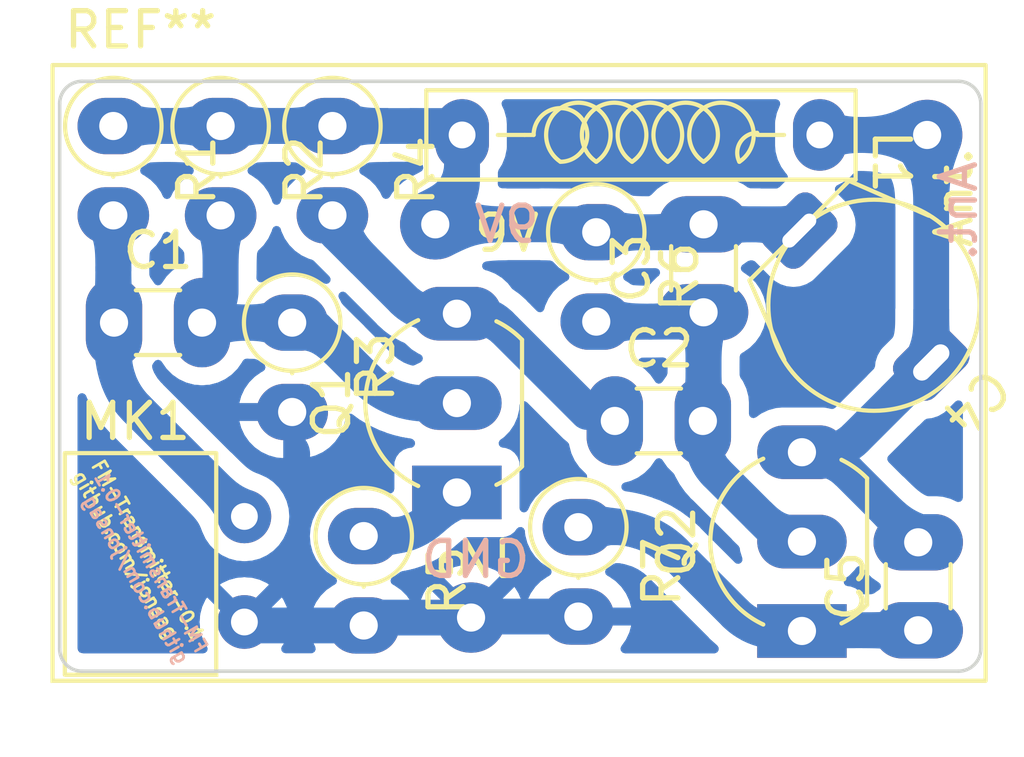
<source format=kicad_pcb>
(kicad_pcb (version 20211014) (generator pcbnew)
  (title_block (title "FM-Transmitter") (date "2022-10-30") (rev "0.1"))
  (layers (0 "F.Cu" signal) (31 "B.Cu" signal) (34 "B.Paste" user) (35 "F.Paste" user) (36 "B.SilkS" user "B.Silkscreen") (37 "F.SilkS" user "F.Silkscreen") (38 "B.Mask" user) (39 "F.Mask" user) (44 "Edge.Cuts" user))
  (net 0 "")
  (net 1 "Net-(C4-Pad2)")
  (net 2 "Net-(R1-Pad2)")
  (net 3 "Net-(R2-Pad2)")
  (net 4 "Net-(R4-Pad2)")
  (net 5 "Net-(R6-Pad2)")
  (net 6 "Net-(Q2-Pad1)")
  (net 7 "Net-(Q1-Pad1)")
  (net 8 "+9V")
  (net 9 "GND")
  (footprint "My_Parts:9V Battery w connector standing" (layer "F.Cu") (at 105.717 108.731)
    (fp_text reference "REF**")
    (fp_text value "9V Battery w connector standing")
  )
  (footprint "My_Misc:C_Disc_D3.0mm_W1.6mm_P2.50mm_larg" (layer "F.Cu") (at 124.206 98.258 90)
    (fp_text reference "C3")
    (fp_text value "0.01u")
  )
  (footprint "My_Misc:Single_solder_pad" (layer "F.Cu") (at 130.556 93.218)
    (fp_text reference "AE1" hide)
    (fp_text value "Antenna" hide)
  )
  (footprint "My_Parts:JML06 Trim Capacitor" (layer "F.Cu") (at 126.924447 95.936447 -135)
    (fp_text reference "C4")
    (fp_text value "4-40p")
  )
  (footprint "My_Misc:C_Disc_D3.0mm_W1.6mm_P2.50mm_larg" (layer "F.Cu") (at 107.462 98.552)
    (fp_text reference "C1")
    (fp_text value "0.1u")
  )
  (footprint "My_Parts:Coil 10.16" (layer "F.Cu") (at 117.348 93.218 -90)
    (fp_text reference "L1")
    (fp_text value "0.1u")
  )
  (footprint "My_Misc:TO-92_Inline_Wide_large" (layer "F.Cu") (at 117.2 103.378 90)
    (fp_text reference "Q1")
    (fp_text value "2N3904")
  )
  (footprint "My_Misc:C_Disc_D3.0mm_W1.6mm_P2.50mm_larg" (layer "F.Cu") (at 130.302 107.295 90)
    (fp_text reference "C5")
    (fp_text value "4.7p")
  )
  (footprint "My_Misc:R_Axial_DIN0207_L6.3mm_D2.5mm_P2.54mm_Vertical_large" (layer "F.Cu") (at 120.65 104.365 -90)
    (fp_text reference "R7")
    (fp_text value "1k")
  )
  (footprint "My_Misc:Single_solder_pad" (layer "F.Cu") (at 116.586 95.758)
    (fp_text reference "J1" hide)
    (fp_text value "Single_connector" hide)
  )
  (footprint "My_Misc:Single_solder_pad" (layer "F.Cu") (at 117.602 106.934)
    (fp_text reference "J2" hide)
    (fp_text value "Single_connector" hide)
  )
  (footprint "My_Misc:R_Axial_DIN0207_L6.3mm_D2.5mm_P2.54mm_Vertical_large" (layer "F.Cu") (at 112.522 98.552 -90)
    (fp_text reference "R3")
    (fp_text value "100k")
  )
  (footprint "My_Misc:C_Disc_D3.0mm_W1.6mm_P2.50mm_larg" (layer "F.Cu") (at 121.686 101.346)
    (fp_text reference "C2")
    (fp_text value "0.1u")
  )
  (footprint "My_Misc:R_Axial_DIN0207_L6.3mm_D2.5mm_P2.54mm_Vertical_large" (layer "F.Cu") (at 113.665 92.964 -90)
    (fp_text reference "R4")
    (fp_text value "10k")
  )
  (footprint "My_Misc:R_Axial_DIN0207_L6.3mm_D2.5mm_P2.54mm_Vertical_large" (layer "F.Cu") (at 110.49 92.964 -90)
    (fp_text reference "R2")
    (fp_text value "1M")
  )
  (footprint "My_Misc:R_Axial_DIN0207_L6.3mm_D2.5mm_P2.54mm_Vertical_large" (layer "F.Cu") (at 121.158 95.983 -90)
    (fp_text reference "R6")
    (fp_text value "10k")
  )
  (footprint "My_Misc:R_Axial_DIN0207_L6.3mm_D2.5mm_P2.54mm_Vertical_large" (layer "F.Cu") (at 107.442 92.964 -90)
    (fp_text reference "R1")
    (fp_text value "10k")
  )
  (footprint "My_Misc:R_Axial_DIN0207_L6.3mm_D2.5mm_P2.54mm_Vertical_large" (layer "F.Cu") (at 114.554 104.619 -90)
    (fp_text reference "R5")
    (fp_text value "100R")
  )
  (footprint "My_Parts:Electret Microphone D-6.3 H-4.3" (layer "F.Cu") (at 111.165 107.06)
    (fp_text reference "MK1")
    (fp_text value "Microphone")
  )
  (footprint "My_Misc:TO-92_Inline_Wide_large" (layer "F.Cu") (at 127 107.315 90)
    (fp_text reference "Q2")
    (fp_text value "2N3904")
  )
  (gr_arc (start 105.918 92.329) (mid 106.103987 91.879987) (end 106.553 91.694) (layer "Edge.Cuts") (width 0.1))
  (gr_arc (start 106.553 108.458) (mid 106.103987 108.272013) (end 105.918 107.823) (layer "Edge.Cuts") (width 0.1))
  (gr_line (start 132.08 92.329) (end 132.08 107.823) (layer "Edge.Cuts") (width 0.1))
  (gr_line (start 131.445 108.458) (end 106.553 108.458) (layer "Edge.Cuts") (width 0.1))
  (gr_line (start 105.918 107.823) (end 105.918 92.329) (layer "Edge.Cuts") (width 0.1))
  (gr_line (start 106.553 91.694) (end 131.445 91.694) (layer "Edge.Cuts") (width 0.1))
  (gr_arc (start 131.445 91.694) (mid 131.894013 91.879987) (end 132.08 92.329) (layer "Edge.Cuts") (width 0.1))
  (gr_arc (start 132.08 107.823) (mid 131.894013 108.272013) (end 131.445 108.458) (layer "Edge.Cuts") (width 0.1))
  (gr_text "9V" (at 118.618 95.758) (layer "B.SilkS") (effects (font (size 1 1)) (justify mirror)))
  (gr_text "${TITLE}-${REVISION}\ngithub.com/jonsag" (at 109.728 108.077 -60) (layer "B.SilkS") (effects (font (size 0.381 0.381) (thickness 0.0762)) (justify left mirror)))
  (gr_text "GND" (at 117.729 105.283) (layer "B.SilkS") (effects (font (size 1 1)) (justify mirror)))
  (gr_text "Ant." (at 131.445 95.377 90) (layer "B.SilkS") (effects (font (size 1 1)) (justify mirror)))
  (gr_text "Ant." (at 131.318 94.996 90) (layer "F.SilkS") (effects (font (size 1 1))))
  (gr_text "GND" (at 117.729 105.283) (layer "F.SilkS") (effects (font (size 1 1))))
  (gr_text "9V" (at 118.618 96.012) (layer "F.SilkS") (effects (font (size 1 1))))
  (gr_text "${TITLE}-${REVISION}\ngithub.com/jonsag" (at 106.68 102.616 -60) (layer "F.SilkS") (effects (font (size 0.381 0.381) (thickness 0.0762)) (justify left)))
  (segment (start 130.672113 99.684113) (end 128.517639 101.838586) (width 1.016) (layer "B.Cu") (net 1))
  (segment (start 127.371 102.235) (end 127.560613 102.235) (width 1.016) (layer "B.Cu") (net 1))
  (segment (start 130.672113 99.684113) (end 130.672113 93.416217) (width 1.016) (layer "B.Cu") (net 1))
  (segment (start 130.473895 93.218) (end 127.508 93.218) (width 1.016) (layer "B.Cu") (net 1))
  (segment (start 128.004336 102.497336) (end 130.302 104.795) (width 1.016) (layer "B.Cu") (net 1))
  (arc (start 128.004336 102.497336) (mid 127.713759 102.303178) (end 127.371 102.235) (width 1.016) (layer "B.Cu") (net 1))
  (arc (start 130.614056 93.276056) (mid 130.657024 93.340362) (end 130.672113 93.416217) (width 1.016) (layer "B.Cu") (net 1))
  (arc (start 130.614056 93.276056) (mid 130.549749 93.233088) (end 130.473895 93.218) (width 1.016) (layer "B.Cu") (net 1))
  (arc (start 127.371 102.235) (mid 127.371 102.235) (end 127.371 102.235) (width 1.016) (layer "B.Cu") (net 1))
  (arc (start 128.517639 101.838586) (mid 128.078551 102.131975) (end 127.560613 102.235) (width 1.016) (layer "B.Cu") (net 1))
  (segment (start 107.462 98.566142) (end 107.462 99.4545) (width 1.016) (layer "B.Cu") (net 2))
  (segment (start 108.100163 100.995163) (end 111.165 104.06) (width 1.016) (layer "B.Cu") (net 2))
  (segment (start 107.442 98.517857) (end 107.442 95.504) (width 1.016) (layer "B.Cu") (net 2))
  (arc (start 107.442 98.517857) (mid 107.444598 98.530923) (end 107.452 98.542) (width 1.016) (layer "B.Cu") (net 2))
  (arc (start 107.452 98.542) (mid 107.459401 98.553076) (end 107.462 98.566142) (width 1.016) (layer "B.Cu") (net 2))
  (arc (start 107.462 99.4545) (mid 107.627853 100.288301) (end 108.100163 100.995163) (width 1.016) (layer "B.Cu") (net 2))
  (segment (start 112.776 98.552) (end 112.268 98.552) (width 1.016) (layer "B.Cu") (net 3))
  (segment (start 112.268 98.552) (end 110.335352 98.552) (width 1.016) (layer "B.Cu") (net 3))
  (segment (start 114.649905 100.171905) (end 113.209605 98.731605) (width 1.016) (layer "B.Cu") (net 3))
  (segment (start 110.49 97.650647) (end 110.49 95.504) (width 1.016) (layer "B.Cu") (net 3))
  (segment (start 116.258 100.838) (end 117.2 100.838) (width 1.016) (layer "B.Cu") (net 3))
  (arc (start 110.226 98.288) (mid 110.192476 98.456533) (end 110.335352 98.552) (width 1.016) (layer "B.Cu") (net 3))
  (arc (start 110.49 97.650647) (mid 110.421388 97.99558) (end 110.226 98.288) (width 1.016) (layer "B.Cu") (net 3))
  (arc (start 114.649905 100.171905) (mid 115.387705 100.664887) (end 116.258 100.838) (width 1.016) (layer "B.Cu") (net 3))
  (arc (start 113.209605 98.731605) (mid 113.010665 98.598677) (end 112.776 98.552) (width 1.016) (layer "B.Cu") (net 3))
  (segment (start 116.639 98.298) (end 116.692 98.298) (width 1.016) (layer "B.Cu") (net 4))
  (segment (start 116.798 98.298) (end 116.692 98.298) (width 1.016) (layer "B.Cu") (net 4))
  (segment (start 113.799703 96.019703) (end 115.681313 97.901313) (width 1.016) (layer "B.Cu") (net 4))
  (segment (start 118.431733 98.619733) (end 120.904 101.092) (width 1.016) (layer "B.Cu") (net 4))
  (segment (start 116.798 98.298) (end 117.655 98.298) (width 1.016) (layer "B.Cu") (net 4))
  (segment (start 113.665 95.6945) (end 113.665 95.504) (width 1.016) (layer "B.Cu") (net 4))
  (arc (start 113.799703 96.019703) (mid 113.700008 95.870498) (end 113.665 95.6945) (width 1.016) (layer "B.Cu") (net 4))
  (arc (start 118.431733 98.619733) (mid 118.075365 98.381615) (end 117.655 98.298) (width 1.016) (layer "B.Cu") (net 4))
  (arc (start 116.639 98.298) (mid 116.120703 98.194904) (end 115.681313 97.901313) (width 1.016) (layer "B.Cu") (net 4))
  (segment (start 124.186 101.360142) (end 124.186 101.894736) (width 1.016) (layer "B.Cu") (net 5))
  (segment (start 123.753616 98.523) (end 121.158 98.523) (width 1.016) (layer "B.Cu") (net 5))
  (segment (start 126.758764 104.775) (end 127 104.775) (width 1.016) (layer "B.Cu") (net 5))
  (segment (start 124.206 98.445383) (end 124.206 101.311857) (width 1.016) (layer "B.Cu") (net 5))
  (segment (start 124.574014 102.831486) (end 126.346948 104.60442) (width 1.016) (layer "B.Cu") (net 5))
  (arc (start 123.753616 98.523) (mid 123.926736 98.488564) (end 124.0735 98.3905) (width 1.016) (layer "B.Cu") (net 5))
  (arc (start 126.758764 104.775) (mid 126.53589 104.730667) (end 126.346948 104.60442) (width 1.016) (layer "B.Cu") (net 5))
  (arc (start 124.206 101.311857) (mid 124.203401 101.324923) (end 124.196 101.336) (width 1.016) (layer "B.Cu") (net 5))
  (arc (start 124.206 98.445383) (mid 124.158085 98.373674) (end 124.0735 98.3905) (width 1.016) (layer "B.Cu") (net 5))
  (arc (start 124.186 101.360142) (mid 124.188598 101.347076) (end 124.196 101.336) (width 1.016) (layer "B.Cu") (net 5))
  (arc (start 124.186 101.894736) (mid 124.286841 102.401701) (end 124.574014 102.831486) (width 1.016) (layer "B.Cu") (net 5))
  (segment (start 121.6515 104.365) (end 120.65 104.365) (width 1.016) (layer "B.Cu") (net 6))
  (segment (start 126.3015 107.315) (end 126.985857 107.315) (width 1.016) (layer "B.Cu") (net 6))
  (segment (start 127.034142 107.295) (end 130.302 107.295) (width 1.016) (layer "B.Cu") (net 6))
  (segment (start 125.109085 106.821085) (end 123.361167 105.073167) (width 1.016) (layer "B.Cu") (net 6))
  (arc (start 123.361167 105.073167) (mid 122.576765 104.549046) (end 121.6515 104.365) (width 1.016) (layer "B.Cu") (net 6))
  (arc (start 127.01 107.305) (mid 126.998923 107.312401) (end 126.985857 107.315) (width 1.016) (layer "B.Cu") (net 6))
  (arc (start 125.109085 106.821085) (mid 125.656169 107.186635) (end 126.3015 107.315) (width 1.016) (layer "B.Cu") (net 6))
  (arc (start 127.034142 107.295) (mid 127.021076 107.297598) (end 127.01 107.305) (width 1.016) (layer "B.Cu") (net 6))
  (segment (start 116.455742 104.122257) (end 117.2 103.378) (width 1.016) (layer "B.Cu") (net 7))
  (segment (start 115.2565 104.619) (end 114.554 104.619) (width 1.016) (layer "B.Cu") (net 7))
  (arc (start 116.455742 104.122257) (mid 115.905525 104.4899) (end 115.2565 104.619) (width 1.016) (layer "B.Cu") (net 7))
  (segment (start 110.49 92.964) (end 107.442 92.964) (width 1.016) (layer "B.Cu") (net 8))
  (segment (start 117.348 93.397605) (end 117.348 94.457184) (width 1.016) (layer "B.Cu") (net 8))
  (segment (start 126.835223 95.847223) (end 126.924447 95.936447) (width 1.016) (layer "B.Cu") (net 8))
  (segment (start 121.317099 95.983) (end 123.8219 95.983) (width 1.016) (layer "B.Cu") (net 8))
  (segment (start 110.49 92.964) (end 113.665 92.964) (width 1.016) (layer "B.Cu") (net 8))
  (segment (start 120.7739 95.758) (end 117.124815 95.758) (width 1.016) (layer "B.Cu") (net 8))
  (segment (start 124.365099 95.758) (end 126.619818 95.758) (width 1.016) (layer "B.Cu") (net 8))
  (segment (start 116.914394 92.964) (end 113.665 92.964) (width 1.016) (layer "B.Cu") (net 8))
  (arc (start 121.0455 95.8705) (mid 121.17011 95.953762) (end 121.317099 95.983) (width 1.016) (layer "B.Cu") (net 8))
  (arc (start 124.365099 95.758) (mid 124.21811 95.787237) (end 124.0935 95.8705) (width 1.016) (layer "B.Cu") (net 8))
  (arc (start 117.348 94.457184) (mid 117.248981 94.954984) (end 116.967 95.377) (width 1.016) (layer "B.Cu") (net 8))
  (arc (start 121.0455 95.8705) (mid 120.920889 95.787237) (end 120.7739 95.758) (width 1.016) (layer "B.Cu") (net 8))
  (arc (start 126.835223 95.847223) (mid 126.736394 95.781188) (end 126.619818 95.758) (width 1.016) (layer "B.Cu") (net 8))
  (arc (start 117.221 93.091) (mid 117.080328 92.997006) (end 116.914394 92.964) (width 1.016) (layer "B.Cu") (net 8))
  (arc (start 117.221 93.091) (mid 117.314993 93.231671) (end 117.348 93.397605) (width 1.016) (layer "B.Cu") (net 8))
  (arc (start 116.967 95.377) (mid 116.918619 95.620224) (end 117.124815 95.758) (width 1.016) (layer "B.Cu") (net 8))
  (arc (start 124.0935 95.8705) (mid 123.968889 95.953762) (end 123.8219 95.983) (width 1.016) (layer "B.Cu") (net 8))
  (segment (start 114.3949 107.159) (end 111.334003 107.159) (width 1.016) (layer "B.Cu") (net 9))
  (segment (start 117.651506 106.905) (end 120.65 106.905) (width 1.016) (layer "B.Cu") (net 9))
  (segment (start 112.522 101.674394) (end 112.522 101.092) (width 0.508) (layer "B.Cu") (net 9))
  (segment (start 117.581493 106.934) (end 114.938099 106.934) (width 1.016) (layer "B.Cu") (net 9))
  (segment (start 111.9705 106.2545) (end 111.2145 107.0105) (width 0.508) (layer "B.Cu") (net 9))
  (segment (start 112.776 102.287605) (end 112.776 104.30985) (width 0.508) (layer "B.Cu") (net 9))
  (arc (start 111.9705 106.2545) (mid 112.566657 105.362287) (end 112.776 104.30985) (width 0.508) (layer "B.Cu") (net 9))
  (arc (start 112.649 101.981) (mid 112.555006 101.840328) (end 112.522 101.674394) (width 0.508) (layer "B.Cu") (net 9))
  (arc (start 117.581493 106.934) (mid 117.600438 106.930231) (end 117.6165 106.9195) (width 1.016) (layer "B.Cu") (net 9))
  (arc (start 112.649 101.981) (mid 112.742993 102.121671) (end 112.776 102.287605) (width 0.508) (layer "B.Cu") (net 9))
  (arc (start 111.2145 107.1095) (mid 111.193996 107.06) (end 111.2145 107.0105) (width 0.508) (layer "B.Cu") (net 9))
  (arc (start 111.334003 107.159) (mid 111.269328 107.146135) (end 111.2145 107.1095) (width 1.016) (layer "B.Cu") (net 9))
  (arc (start 117.651506 106.905) (mid 117.63256 106.908768) (end 117.6165 106.9195) (width 1.016) (layer "B.Cu") (net 9))
  (arc (start 114.3949 107.159) (mid 114.541889 107.129762) (end 114.6665 107.0465) (width 1.016) (layer "B.Cu") (net 9))
  (arc (start 114.6665 107.0465) (mid 114.79111 106.963237) (end 114.938099 106.934) (width 1.016) (layer "B.Cu") (net 9))
  (zone (net 8) (net_name "+9V") (layer "B.Cu") (priority 16962) (connect_pads yes (clearance 0)) (min_thickness 0.0254) (fill yes (thermal_gap 0.508) (thermal_bridge_width 0.508))
    (polygon (pts (xy 122.6319 96.491) (xy 122.833414 96.490195) (xy 123.008888 96.488387) (xy 123.163296 96.486484) (xy 123.301611 96.485392) (xy 123.428808 96.486019) (xy 123.549861 96.489273) (xy 123.669743 96.496062) (xy 123.793428 96.507294) (xy 123.925891 96.523875) (xy 124.072105 96.546715) (xy 124.590103 95.646357) (xy 123.670188 95.163942) (xy 123.584749 95.236689) (xy 123.502036 95.297486) (xy 123.419495 95.347346) (xy 123.334569 95.387278) (xy 123.244705 95.418294) (xy 123.147349 95.441403) (xy 123.039944 95.457618) (xy 122.919938 95.467948) (xy 122.784774 95.473405) (xy 122.6319 95.475)))
  )
  (zone (net 5) (net_name "Net-(R6-Pad2)") (layer "B.Cu") (priority 16962) (connect_pads yes (clearance 0)) (min_thickness 0.0254) (fill yes (thermal_gap 0.508) (thermal_bridge_width 0.508))
    (polygon (pts (xy 122.748 98.015) (xy 122.571351 98.014443) (xy 122.416623 98.01208) (xy 122.279971 98.006867) (xy 122.157553 97.997762) (xy 122.045524 97.983721) (xy 121.940042 97.963703) (xy 121.837263 97.936664) (xy 121.733344 97.901562) (xy 121.624441 97.857355) (xy 121.506711 97.803) (xy 120.758 98.523) (xy 121.506711 99.243) (xy 121.624441 99.188644) (xy 121.733344 99.144437) (xy 121.837263 99.109335) (xy 121.940042 99.082296) (xy 122.045524 99.062278) (xy 122.157553 99.048237) (xy 122.279971 99.039132) (xy 122.416623 99.033919) (xy 122.571351 99.031556) (xy 122.748 99.031)))
  )
  (zone (net 1) (net_name "Net-(C4-Pad2)") (layer "B.Cu") (priority 16962) (connect_pads yes (clearance 0)) (min_thickness 0.0254) (fill yes (thermal_gap 0.508) (thermal_bridge_width 0.508))
    (polygon (pts (xy 130.164113 98.162113) (xy 130.16409 98.331368) (xy 130.163241 98.480465) (xy 130.160397 98.612772) (xy 130.154387 98.73166) (xy 130.14404 98.840501) (xy 130.128188 98.942665) (xy 130.105659 99.041522) (xy 130.075283 99.140444) (xy 130.035891 99.242802) (xy 129.986313 99.351965) (xy 130.672113 100.065113) (xy 131.357913 99.351965) (xy 131.308334 99.242802) (xy 131.268942 99.140444) (xy 131.238566 99.041522) (xy 131.216037 98.942665) (xy 131.200185 98.840501) (xy 131.189838 98.73166) (xy 131.183828 98.612772) (xy 131.180984 98.480465) (xy 131.180135 98.331368) (xy 131.180113 98.162113)))
  )
  (zone (net 5) (net_name "Net-(R6-Pad2)") (layer "B.Cu") (priority 16962) (connect_pads yes (clearance 0)) (min_thickness 0.0254) (fill yes (thermal_gap 0.508) (thermal_bridge_width 0.508))
    (polygon (pts (xy 122.643616 99.031) (xy 122.849004 99.029929) (xy 123.027722 99.027291) (xy 123.1849 99.023941) (xy 123.32567 99.020737) (xy 123.455161 99.018535) (xy 123.578504 99.018194) (xy 123.700831 99.020571) (xy 123.827271 99.026522) (xy 123.962954 99.036905) (xy 124.113013 99.052577) (xy 124.583825 98.126671) (xy 123.640226 97.692405) (xy 123.561133 97.766787) (xy 123.483623 97.829223) (xy 123.405388 97.880683) (xy 123.324121 97.922136) (xy 123.237514 97.954551) (xy 123.143259 97.978898) (xy 123.03905 97.996147) (xy 122.922578 98.007267) (xy 122.791536 98.013228) (xy 122.643616 98.015)))
  )
  (zone (net 5) (net_name "Net-(R6-Pad2)") (layer "B.Cu") (priority 16962) (connect_pads yes (clearance 0)) (min_thickness 0.0254) (fill yes (thermal_gap 0.508) (thermal_bridge_width 0.508))
    (polygon (pts (xy 125.378213 104.354105) (xy 125.523185 104.495626) (xy 125.652916 104.615989) (xy 125.770065 104.719333) (xy 125.877291 104.809795) (xy 125.977254 104.891515) (xy 126.072611 104.96863) (xy 126.166024 105.045279) (xy 126.260151 105.1256) (xy 126.357651 105.213733) (xy 126.461185 105.313815) (xy 127.361442 104.895498) (xy 126.9018 104.019355) (xy 126.812545 104.026902) (xy 126.729462 104.025173) (xy 126.650964 104.013822) (xy 126.575466 103.992499) (xy 126.501381 103.960857) (xy 126.427122 103.918548) (xy 126.351104 103.865224) (xy 126.271741 103.800537) (xy 126.187446 103.72414) (xy 126.096633 103.635685)))
  )
  (zone (net 2) (net_name "Net-(R1-Pad2)") (layer "B.Cu") (priority 16962) (connect_pads yes (clearance 0)) (min_thickness 0.0254) (fill yes (thermal_gap 0.508) (thermal_bridge_width 0.508))
    (polygon (pts (xy 106.934 96.947857) (xy 106.93361 97.128636) (xy 106.931724 97.286899) (xy 106.927265 97.426635) (xy 106.919155 97.551837) (xy 106.906319 97.666495) (xy 106.887679 97.774599) (xy 106.862159 97.88014) (xy 106.828683 97.98711) (xy 106.786173 98.099499) (xy 106.733553 98.221298) (xy 107.471945 98.951876) (xy 108.173107 98.185495) (xy 108.116037 98.06921) (xy 108.069591 97.961319) (xy 108.032682 97.858051) (xy 108.004221 97.755635) (xy 107.983123 97.6503) (xy 107.968299 97.538275) (xy 107.958662 97.415789) (xy 107.953125 97.279071) (xy 107.9506 97.124351) (xy 107.95 96.947857)))
  )
  (zone (net 6) (net_name "Net-(Q2-Pad1)") (layer "B.Cu") (priority 16962) (connect_pads yes (clearance 0)) (min_thickness 0.0254) (fill yes (thermal_gap 0.508) (thermal_bridge_width 0.508))
    (polygon (pts (xy 125.262253 107.561302) (xy 125.443002 107.649662) (xy 125.606464 107.713579) (xy 125.755532 107.758395) (xy 125.893101 107.789453) (xy 126.022065 107.812097) (xy 126.145318 107.831669) (xy 126.265755 107.853515) (xy 126.386269 107.882976) (xy 126.509756 107.925396) (xy 126.639109 107.986119) (xy 127.38092 107.32279) (xy 126.681945 106.622552) (xy 126.594224 106.663141) (xy 126.509312 106.701184) (xy 126.425644 106.734618) (xy 126.341657 106.761383) (xy 126.255787 106.779416) (xy 126.166469 106.786657) (xy 126.072139 106.781045) (xy 125.971234 106.760518) (xy 125.862189 106.723016) (xy 125.743441 106.666476)))
  )
  (zone (net 1) (net_name "Net-(C4-Pad2)") (layer "B.Cu") (priority 16962) (connect_pads yes (clearance 0)) (min_thickness 0.0254) (fill yes (thermal_gap 0.508) (thermal_bridge_width 0.508))
    (polygon (pts (xy 129.03 92.71) (xy 128.860744 92.709977) (xy 128.711647 92.709128) (xy 128.57934 92.706284) (xy 128.460452 92.700274) (xy 128.351611 92.689927) (xy 128.249447 92.674075) (xy 128.15059 92.651546) (xy 128.051668 92.62117) (xy 127.94931 92.581778) (xy 127.840148 92.5322) (xy 127.127 93.218) (xy 127.840148 93.9038) (xy 127.94931 93.854221) (xy 128.051668 93.814829) (xy 128.15059 93.784453) (xy 128.249447 93.761924) (xy 128.351611 93.746072) (xy 128.460452 93.735725) (xy 128.57934 93.729715) (xy 128.711647 93.726871) (xy 128.860744 93.726022) (xy 129.03 93.726)))
  )
  (zone (net 1) (net_name "Net-(C4-Pad2)") (layer "B.Cu") (priority 16962) (connect_pads yes (clearance 0)) (min_thickness 0.0254) (fill yes (thermal_gap 0.508) (thermal_bridge_width 0.508))
    (polygon (pts (xy 129.955107 101.119539) (xy 130.074805 100.999873) (xy 130.180831 100.895046) (xy 130.276398 100.803502) (xy 130.364714 100.723685) (xy 130.448992 100.654039) (xy 130.532442 100.593008) (xy 130.618275 100.539035) (xy 130.709702 100.490566) (xy 130.809934 100.446043) (xy 130.922182 100.403911) (xy 130.94152 99.414706) (xy 129.952315 99.434044) (xy 129.910182 99.546291) (xy 129.865659 99.646522) (xy 129.81719 99.737949) (xy 129.763217 99.823782) (xy 129.702186 99.907232) (xy 129.63254 99.99151) (xy 129.552723 100.079827) (xy 129.461179 100.175393) (xy 129.356352 100.28142) (xy 129.236687 100.401118)))
  )
  (zone (net 1) (net_name "Net-(C4-Pad2)") (layer "B.Cu") (priority 16962) (connect_pads yes (clearance 0)) (min_thickness 0.0254) (fill yes (thermal_gap 0.508) (thermal_bridge_width 0.508))
    (polygon (pts (xy 128.694857 102.469437) (xy 128.552292 102.33759) (xy 128.418849 102.23324) (xy 128.293356 102.150618) (xy 128.174636 102.083958) (xy 128.061516 102.027491) (xy 127.952822 101.97545) (xy 127.847379 101.922066) (xy 127.744013 101.861573) (xy 127.64155 101.788201) (xy 127.538815 101.696185) (xy 126.628474 102.150566) (xy 127.171907 102.977355) (xy 127.2554 102.959354) (xy 127.336239 102.945806) (xy 127.415165 102.938295) (xy 127.492922 102.938407) (xy 127.570249 102.947724) (xy 127.647891 102.967832) (xy 127.726588 103.000315) (xy 127.807084 103.046757) (xy 127.890119 103.108743) (xy 127.976437 103.187857)))
  )
  (zone (net 8) (net_name "+9V") (layer "B.Cu") (priority 16962) (connect_pads yes (clearance 0)) (min_thickness 0.0254) (fill yes (thermal_gap 0.508) (thermal_bridge_width 0.508))
    (polygon (pts (xy 115.255 92.456) (xy 115.078351 92.455443) (xy 114.923623 92.45308) (xy 114.786971 92.447867) (xy 114.664553 92.438762) (xy 114.552524 92.424721) (xy 114.447042 92.404703) (xy 114.344263 92.377664) (xy 114.240344 92.342562) (xy 114.131441 92.298355) (xy 114.013711 92.244) (xy 113.265 92.964) (xy 114.013711 93.684) (xy 114.131441 93.629644) (xy 114.240344 93.585437) (xy 114.344263 93.550335) (xy 114.447042 93.523296) (xy 114.552524 93.503278) (xy 114.664553 93.489237) (xy 114.786971 93.480132) (xy 114.923623 93.474919) (xy 115.078351 93.472556) (xy 115.255 93.472)))
  )
  (zone (net 8) (net_name "+9V") (layer "B.Cu") (priority 16962) (connect_pads yes (clearance 0)) (min_thickness 0.0254) (fill yes (thermal_gap 0.508) (thermal_bridge_width 0.508))
    (polygon (pts (xy 119.5839 96.266) (xy 119.736774 96.267594) (xy 119.871938 96.273051) (xy 119.991944 96.283381) (xy 120.099349 96.299596) (xy 120.196705 96.322705) (xy 120.286569 96.353721) (xy 120.371495 96.393653) (xy 120.454036 96.443513) (xy 120.536749 96.50431) (xy 120.622188 96.577058) (xy 121.542103 96.094643) (xy 121.024105 95.194285) (xy 120.877891 95.217124) (xy 120.745428 95.233705) (xy 120.621743 95.244937) (xy 120.501861 95.251726) (xy 120.380808 95.25498) (xy 120.253611 95.255607) (xy 120.115296 95.254515) (xy 119.960888 95.252612) (xy 119.785414 95.250804) (xy 119.5839 95.25)))
  )
  (zone (net 4) (net_name "Net-(R4-Pad2)") (layer "B.Cu") (priority 16962) (connect_pads yes (clearance 0)) (min_thickness 0.0254) (fill yes (thermal_gap 0.508) (thermal_bridge_width 0.508))
    (polygon (pts (xy 115.41424 98.34663) (xy 115.56737 98.463615) (xy 115.713467 98.545852) (xy 115.853113 98.601003) (xy 115.98689 98.636726) (xy 116.11538 98.660681) (xy 116.239165 98.680529) (xy 116.358827 98.70393) (xy 116.474947 98.738544) (xy 116.588107 98.79203) (xy 116.698891 98.872049) (xy 117.579891 98.327035) (xy 116.921083 97.588882) (xy 116.839745 97.622224) (xy 116.759285 97.655823) (xy 116.67916 97.686738) (xy 116.598833 97.712034) (xy 116.517763 97.72877) (xy 116.435411 97.734009) (xy 116.351236 97.724813) (xy 116.264701 97.698244) (xy 116.175263 97.651363) (xy 116.082386 97.581232)))
  )
  (zone (net 3) (net_name "Net-(R2-Pad2)") (layer "B.Cu") (priority 16962) (connect_pads yes (clearance 0)) (min_thickness 0.0254) (fill yes (thermal_gap 0.508) (thermal_bridge_width 0.508))
    (polygon (pts (xy 115.343133 101.191276) (xy 115.551616 101.256507) (xy 115.737477 101.301528) (xy 115.904531 101.331254) (xy 116.056595 101.350598) (xy 116.197484 101.364474) (xy 116.331013 101.377795) (xy 116.460999 101.395474) (xy 116.591257 101.422425) (xy 116.725602 101.463563) (xy 116.867852 101.5238) (xy 117.581 100.838) (xy 116.867852 100.1522) (xy 116.758387 100.203963) (xy 116.653779 100.249217) (xy 116.551405 100.286753) (xy 116.448645 100.31536) (xy 116.342879 100.33383) (xy 116.231485 100.340952) (xy 116.111843 100.335517) (xy 115.981333 100.316316) (xy 115.837333 100.28214) (xy 115.677223 100.231778)))
  )
  (zone (net 5) (net_name "Net-(R6-Pad2)") (layer "B.Cu") (priority 16962) (connect_pads yes (clearance 0)) (min_thickness 0.0254) (fill yes (thermal_gap 0.508) (thermal_bridge_width 0.508))
    (polygon (pts (xy 123.698 99.741857) (xy 123.697399 99.918351) (xy 123.694874 100.073071) (xy 123.689337 100.209789) (xy 123.6797 100.332275) (xy 123.664876 100.4443) (xy 123.643778 100.549635) (xy 123.615317 100.652051) (xy 123.578408 100.755319) (xy 123.531962 100.86321) (xy 123.474893 100.979495) (xy 124.176055 101.745876) (xy 124.914447 101.015298) (xy 124.861826 100.893499) (xy 124.819316 100.78111) (xy 124.78584 100.67414) (xy 124.76032 100.568599) (xy 124.74168 100.460495) (xy 124.728844 100.345837) (xy 124.720734 100.220635) (xy 124.716275 100.080899) (xy 124.714389 99.922636) (xy 124.714 99.741857)))
  )
  (zone (net 5) (net_name "Net-(R6-Pad2)") (layer "B.Cu") (priority 16962) (connect_pads yes (clearance 0)) (min_thickness 0.0254) (fill yes (thermal_gap 0.508) (thermal_bridge_width 0.508))
    (polygon (pts (xy 124.947041 102.486093) (xy 124.869697 102.395762) (xy 124.818384 102.307471) (xy 124.789694 102.220796) (xy 124.780224 102.135311) (xy 124.786567 102.05059) (xy 124.805319 101.966207) (xy 124.833075 101.881738) (xy 124.866428 101.796756) (xy 124.901974 101.710837) (xy 124.936308 101.623555) (xy 124.147374 100.94787) (xy 123.620315 101.911685) (xy 123.712829 102.023366) (xy 123.775918 102.138478) (xy 123.817974 102.2572) (xy 123.847392 102.379714) (xy 123.872568 102.506199) (xy 123.901896 102.636836) (xy 123.94377 102.771806) (xy 124.006586 102.911288) (xy 124.098738 103.055463) (xy 124.228621 103.204513)))
  )
  (zone (net 8) (net_name "+9V") (layer "B.Cu") (priority 16962) (connect_pads yes (clearance 0)) (min_thickness 0.0254) (fill yes (thermal_gap 0.508) (thermal_bridge_width 0.508))
    (polygon (pts (xy 115.862394 93.472) (xy 116.00215 93.473312) (xy 116.126734 93.477926) (xy 116.238064 93.486851) (xy 116.338059 93.501101) (xy 116.428638 93.521687) (xy 116.51172 93.549622) (xy 116.589224 93.585917) (xy 116.663069 93.631583) (xy 116.735174 93.687634) (xy 116.807457 93.755082) (xy 117.707495 93.34419) (xy 117.261742 92.460899) (xy 117.123201 92.474234) (xy 116.996514 92.481679) (xy 116.877119 92.48429) (xy 116.760456 92.483125) (xy 116.641962 92.47924) (xy 116.517077 92.473691) (xy 116.381238 92.467536) (xy 116.229886 92.461831) (xy 116.058458 92.457634) (xy 115.862394 92.456)))
  )
  (zone (net 7) (net_name "Net-(Q1-Pad1)") (layer "B.Cu") (priority 16962) (connect_pads yes (clearance 0)) (min_thickness 0.0254) (fill yes (thermal_gap 0.508) (thermal_bridge_width 0.508))
    (polygon (pts (xy 115.857749 103.947613) (xy 115.736678 104.010036) (xy 115.625371 104.050514) (xy 115.522118 104.071587) (xy 115.425214 104.075795) (xy 115.332952 104.065678) (xy 115.243625 104.043776) (xy 115.155527 104.012629) (xy 115.06695 103.974778) (xy 114.976188 103.932763) (xy 114.881535 103.889124) (xy 114.154171 104.630681) (xy 114.958883 105.308977) (xy 115.094719 105.238902) (xy 115.223611 105.189419) (xy 115.348619 105.154603) (xy 115.472804 105.128529) (xy 115.599224 105.105272) (xy 115.730939 105.078908) (xy 115.87101 105.043511) (xy 116.022496 104.993158) (xy 116.188456 104.921923) (xy 116.371951 104.823883)))
  )
  (zone (net 2) (net_name "Net-(R1-Pad2)") (layer "B.Cu") (priority 16962) (connect_pads yes (clearance 0)) (min_thickness 0.0254) (fill yes (thermal_gap 0.508) (thermal_bridge_width 0.508))
    (polygon (pts (xy 107.95 97.094) (xy 107.950556 96.917351) (xy 107.952919 96.762623) (xy 107.958132 96.625971) (xy 107.967237 96.503553) (xy 107.981278 96.391524) (xy 108.001296 96.286042) (xy 108.028335 96.183263) (xy 108.063437 96.079344) (xy 108.107644 95.970441) (xy 108.162 95.852711) (xy 107.442 95.104) (xy 106.722 95.852711) (xy 106.776355 95.970441) (xy 106.820562 96.079344) (xy 106.855664 96.183263) (xy 106.882703 96.286042) (xy 106.902721 96.391524) (xy 106.916762 96.503553) (xy 106.925867 96.625971) (xy 106.93108 96.762623) (xy 106.933443 96.917351) (xy 106.934 97.094)))
  )
  (zone (net 8) (net_name "+9V") (layer "B.Cu") (priority 16962) (connect_pads yes (clearance 0)) (min_thickness 0.0254) (fill yes (thermal_gap 0.508) (thermal_bridge_width 0.508))
    (polygon (pts (xy 125.417818 96.266) (xy 125.567101 96.266953) (xy 125.699643 96.270547) (xy 125.817814 96.277876) (xy 125.923983 96.290039) (xy 126.020518 96.308133) (xy 126.10979 96.333254) (xy 126.194166 96.3665) (xy 126.276017 96.408967) (xy 126.357712 96.461754) (xy 126.441621 96.525957) (xy 127.294956 96.025237) (xy 126.761269 95.192125) (xy 126.630092 95.218236) (xy 126.509561 95.236845) (xy 126.395418 95.249072) (xy 126.283409 95.256036) (xy 126.169277 95.258857) (xy 126.048766 95.258654) (xy 125.917621 95.256547) (xy 125.771585 95.253656) (xy 125.606402 95.2511) (xy 125.417818 95.25)))
  )
  (zone (net 8) (net_name "+9V") (layer "B.Cu") (priority 16962) (connect_pads yes (clearance 0)) (min_thickness 0.0254) (fill yes (thermal_gap 0.508) (thermal_bridge_width 0.508))
    (polygon (pts (xy 118.594305 95.25) (xy 118.369049 95.246634) (xy 118.17536 95.236292) (xy 118.007068 95.218608) (xy 117.857999 95.193215) (xy 117.721983 95.159747) (xy 117.592847 95.117838) (xy 117.464419 95.067121) (xy 117.330527 95.00723) (xy 117.185 94.937798) (xy 117.021667 94.858459) (xy 116.086255 95.758) (xy 117.021667 96.657541) (xy 117.185 96.578201) (xy 117.330527 96.508769) (xy 117.464419 96.448878) (xy 117.592847 96.398161) (xy 117.721983 96.356252) (xy 117.857999 96.322784) (xy 118.007068 96.297391) (xy 118.17536 96.279707) (xy 118.369049 96.269365) (xy 118.594305 96.266)))
  )
  (zone (net 4) (net_name "Net-(R4-Pad2)") (layer "B.Cu") (priority 16962) (connect_pads yes (clearance 0)) (min_thickness 0.0254) (fill yes (thermal_gap 0.508) (thermal_bridge_width 0.508))
    (polygon (pts (xy 114.93673 96.43831) (xy 114.833923 96.332971) (xy 114.745953 96.2365) (xy 114.671893 96.146605) (xy 114.610814 96.060995) (xy 114.561789 95.977381) (xy 114.523889 95.89347) (xy 114.496187 95.806974) (xy 114.477753 95.715601) (xy 114.467661 95.617061) (xy 114.464983 95.509064) (xy 113.492927 95.142904) (xy 113.165037 96.128528) (xy 113.28184 96.224412) (xy 113.384796 96.313732) (xy 113.478141 96.399527) (xy 113.566112 96.484836) (xy 113.652945 96.572701) (xy 113.742876 96.666159) (xy 113.840141 96.768252) (xy 113.948978 96.882018) (xy 114.073622 97.010497) (xy 114.21831 97.15673)))
  )
  (zone (net 1) (net_name "Net-(C4-Pad2)") (layer "B.Cu") (priority 16962) (connect_pads yes (clearance 0)) (min_thickness 0.0254) (fill yes (thermal_gap 0.508) (thermal_bridge_width 0.508))
    (polygon (pts (xy 128.554405 93.726) (xy 128.778744 93.729396) (xy 128.971625 93.739816) (xy 129.139197 93.757605) (xy 129.287614 93.783109) (xy 129.423026 93.816675) (xy 129.551585 93.858649) (xy 129.679444 93.909376) (xy 129.812753 93.969203) (xy 129.957666 94.038476) (xy 130.120333 94.117541) (xy 131.055745 93.218) (xy 130.120333 92.318459) (xy 129.957666 92.397523) (xy 129.812753 92.466796) (xy 129.679444 92.526623) (xy 129.551585 92.57735) (xy 129.423026 92.619324) (xy 129.287614 92.65289) (xy 129.139197 92.678394) (xy 128.971625 92.696183) (xy 128.778744 92.706603) (xy 128.554405 92.71)))
  )
  (zone (net 8) (net_name "+9V") (layer "B.Cu") (priority 16962) (connect_pads yes (clearance 0)) (min_thickness 0.0254) (fill yes (thermal_gap 0.508) (thermal_bridge_width 0.508))
    (polygon (pts (xy 112.075 93.472) (xy 112.251648 93.472556) (xy 112.406376 93.474919) (xy 112.543028 93.480132) (xy 112.665446 93.489237) (xy 112.777475 93.503278) (xy 112.882957 93.523296) (xy 112.985736 93.550335) (xy 113.089655 93.585437) (xy 113.198558 93.629644) (xy 113.316289 93.684) (xy 114.065 92.964) (xy 113.316289 92.244) (xy 113.198558 92.298355) (xy 113.089655 92.342562) (xy 112.985736 92.377664) (xy 112.882957 92.404703) (xy 112.777475 92.424721) (xy 112.665446 92.438762) (xy 112.543028 92.447867) (xy 112.406376 92.45308) (xy 112.251648 92.455443) (xy 112.075 92.456)))
  )
  (zone (net 2) (net_name "Net-(R1-Pad2)") (layer "B.Cu") (priority 16962) (connect_pads yes (clearance 0)) (min_thickness 0.0254) (fill yes (thermal_gap 0.508) (thermal_bridge_width 0.508))
    (polygon (pts (xy 108.081366 100.054284) (xy 108.028731 99.900884) (xy 107.994431 99.763122) (xy 107.976815 99.638304) (xy 107.974232 99.523735) (xy 107.985032 99.416722) (xy 108.007564 99.31457) (xy 108.040177 99.214588) (xy 108.081222 99.114079) (xy 108.129046 99.010351) (xy 108.182 98.900711) (xy 107.462 98.152) (xy 106.742 98.900711) (xy 106.805637 99.047941) (xy 106.850922 99.185072) (xy 106.882694 99.316272) (xy 106.905789 99.445715) (xy 106.925046 99.577569) (xy 106.945303 99.716006) (xy 106.971397 99.865198) (xy 107.008168 100.029314) (xy 107.060452 100.212527) (xy 107.133088 100.419006)))
  )
  (zone (net 8) (net_name "+9V") (layer "B.Cu") (priority 16962) (connect_pads yes (clearance 0)) (min_thickness 0.0254) (fill yes (thermal_gap 0.508) (thermal_bridge_width 0.508))
    (polygon (pts (xy 117.554437 95.457194) (xy 117.682136 95.231902) (xy 117.762564 95.021603) (xy 117.806377 94.824298) (xy 117.82423 94.637992) (xy 117.826781 94.460687) (xy 117.824685 94.290385) (xy 117.828598 94.12509) (xy 117.849177 93.962803) (xy 117.897079 93.801529) (xy 117.982959 93.639271) (xy 117.348 92.837) (xy 116.6622 93.550148) (xy 116.723428 93.675714) (xy 116.781527 93.79905) (xy 116.832949 93.92174) (xy 116.874144 94.045367) (xy 116.901563 94.171516) (xy 116.911659 94.301769) (xy 116.900881 94.43771) (xy 116.865682 94.580923) (xy 116.802513 94.732992) (xy 116.707825 94.8955)))
  )
  (zone (net 4) (net_name "Net-(R4-Pad2)") (layer "B.Cu") (priority 16962) (connect_pads yes (clearance 0)) (min_thickness 0.0254) (fill yes (thermal_gap 0.508) (thermal_bridge_width 0.508))
    (polygon (pts (xy 118.945991 98.415572) (xy 118.803319 98.288322) (xy 118.666538 98.193402) (xy 118.53527 98.123821) (xy 118.409133 98.072592) (xy 118.287748 98.032724) (xy 118.170736 97.997228) (xy 118.057716 97.959116) (xy 117.948309 97.911397) (xy 117.842135 97.847083) (xy 117.738815 97.759185) (xy 116.822885 98.243736) (xy 117.431085 99.024115) (xy 117.510873 98.998778) (xy 117.589602 98.975481) (xy 117.667657 98.956486) (xy 117.745423 98.944055) (xy 117.823287 98.940449) (xy 117.901634 98.947932) (xy 117.98085 98.968766) (xy 118.061321 99.005212) (xy 118.143433 99.059533) (xy 118.227572 99.133991)))
  )
  (zone (net 6) (net_name "Net-(Q2-Pad1)") (layer "B.Cu") (priority 16962) (connect_pads yes (clearance 0)) (min_thickness 0.0254) (fill yes (thermal_gap 0.508) (thermal_bridge_width 0.508))
    (polygon (pts (xy 122.602017 104.015693) (xy 122.382545 103.947388) (xy 122.188069 103.899492) (xy 122.014143 103.866954) (xy 121.856323 103.844724) (xy 121.710164 103.827752) (xy 121.571221 103.810988) (xy 121.435049 103.78938) (xy 121.297203 103.75788) (xy 121.153239 103.711436) (xy 120.998711 103.645) (xy 120.25 104.365) (xy 120.998711 105.085) (xy 121.119495 105.027225) (xy 121.233433 104.976153) (xy 121.343635 104.933181) (xy 121.453216 104.899707) (xy 121.565287 104.877128) (xy 121.682961 104.866841) (xy 121.809352 104.870246) (xy 121.947571 104.888739) (xy 122.100732 104.923718) (xy 122.271947 104.976581)))
  )
  (zone (net 8) (net_name "+9V") (layer "B.Cu") (priority 16962) (connect_pads yes (clearance 0)) (min_thickness 0.0254) (fill yes (thermal_gap 0.508) (thermal_bridge_width 0.508))
    (polygon (pts (xy 109.032 92.456) (xy 108.855351 92.455443) (xy 108.700623 92.45308) (xy 108.563971 92.447867) (xy 108.441553 92.438762) (xy 108.329524 92.424721) (xy 108.224042 92.404703) (xy 108.121263 92.377664) (xy 108.017344 92.342562) (xy 107.908441 92.298355) (xy 107.790711 92.244) (xy 107.042 92.964) (xy 107.790711 93.684) (xy 107.908441 93.629644) (xy 108.017344 93.585437) (xy 108.121263 93.550335) (xy 108.224042 93.523296) (xy 108.329524 93.503278) (xy 108.441553 93.489237) (xy 108.563971 93.480132) (xy 108.700623 93.474919) (xy 108.855351 93.472556) (xy 109.032 93.472)))
  )
  (zone (net 3) (net_name "Net-(R2-Pad2)") (layer "B.Cu") (priority 16962) (connect_pads yes (clearance 0)) (min_thickness 0.0254) (fill yes (thermal_gap 0.508) (thermal_bridge_width 0.508))
    (polygon (pts (xy 114.212281 99.015861) (xy 114.060367 98.866609) (xy 113.925895 98.739361) (xy 113.805612 98.629723) (xy 113.696264 98.533302) (xy 113.5946 98.445705) (xy 113.497366 98.362538) (xy 113.40131 98.279409) (xy 113.303179 98.191924) (xy 113.199722 98.09569) (xy 113.087685 97.986315) (xy 112.142864 98.424503) (xy 112.623028 99.345595) (xy 112.721757 99.336751) (xy 112.813097 99.336863) (xy 112.898849 99.346547) (xy 112.980812 99.366423) (xy 113.060788 99.397107) (xy 113.140576 99.439218) (xy 113.221977 99.493373) (xy 113.306791 99.56019) (xy 113.396819 99.640286) (xy 113.493861 99.734281)))
  )
  (zone (net 9) (net_name "GND") (layer "B.Cu") (connect_pads (clearance 0.508)) (min_thickness 0.254) (fill yes (thermal_gap 0.508) (thermal_bridge_width 0.508))
    (polygon (pts (xy 132.588 109.22) (xy 105.41 109.22) (xy 105.41 90.932) (xy 132.588 90.932)))
  )
  (zone (net 1) (net_name "Net-(C4-Pad2)") (layer "B.Cu") (priority 16962) (connect_pads yes (clearance 0)) (min_thickness 0.0254) (fill yes (thermal_gap 0.508) (thermal_bridge_width 0.508))
    (polygon (pts (xy 131.180113 95.215707) (xy 131.183053 94.979777) (xy 131.191989 94.777247) (xy 131.207092 94.601345) (xy 131.228532 94.4453) (xy 131.256482 94.30234) (xy 131.291111 94.165694) (xy 131.332592 94.02859) (xy 131.381095 93.884256) (xy 131.436792 93.725921) (xy 131.499854 93.546815) (xy 130.498259 92.721602) (xy 129.712822 93.754683) (xy 129.804931 93.899808) (xy 129.885344 94.030541) (xy 129.954531 94.152359) (xy 130.012963 94.270742) (xy 130.061112 94.391168) (xy 130.099449 94.519116) (xy 130.128447 94.660065) (xy 130.148575 94.819494) (xy 130.160307 95.002881) (xy 130.164113 95.215707)))
  )
  (zone (net 3) (net_name "Net-(R2-Pad2)") (layer "B.Cu") (priority 16962) (connect_pads yes (clearance 0)) (min_thickness 0.0254) (fill yes (thermal_gap 0.508) (thermal_bridge_width 0.508))
    (polygon (pts (xy 110.918 99.06) (xy 111.096595 99.060497) (xy 111.253049 99.062709) (xy 111.391243 99.067719) (xy 111.515057 99.076608) (xy 111.628371 99.090459) (xy 111.735068 99.110353) (xy 111.839027 99.137372) (xy 111.94413 99.172598) (xy 112.054257 99.217113) (xy 112.173289 99.272) (xy 112.922 98.552) (xy 112.173289 97.832) (xy 112.054257 97.886886) (xy 111.94413 97.931401) (xy 111.839027 97.966627) (xy 111.735068 97.993646) (xy 111.628371 98.01354) (xy 111.515057 98.027391) (xy 111.391243 98.03628) (xy 111.253049 98.04129) (xy 111.096595 98.043502) (xy 110.918 98.044)))
  )
  (zone (net 6) (net_name "Net-(Q2-Pad1)") (layer "B.Cu") (priority 16962) (connect_pads yes (clearance 0)) (min_thickness 0.0254) (fill yes (thermal_gap 0.508) (thermal_bridge_width 0.508))
    (polygon (pts (xy 128.712 107.803) (xy 128.888648 107.803556) (xy 129.043376 107.805919) (xy 129.180028 107.811132) (xy 129.302446 107.820237) (xy 129.414475 107.834278) (xy 129.519957 107.854296) (xy 129.622736 107.881335) (xy 129.726655 107.916437) (xy 129.835558 107.960644) (xy 129.953289 108.015) (xy 130.702 107.295) (xy 129.953289 106.575) (xy 129.835558 106.629355) (xy 129.726655 106.673562) (xy 129.622736 106.708664) (xy 129.519957 106.735703) (xy 129.414475 106.755721) (xy 129.302446 106.769762) (xy 129.180028 106.778867) (xy 129.043376 106.78408) (xy 128.888648 106.786443) (xy 128.712 106.787)))
  )
  (zone (net 1) (net_name "Net-(C4-Pad2)") (layer "B.Cu") (priority 16962) (connect_pads yes (clearance 0)) (min_thickness 0.0254) (fill yes (thermal_gap 0.508) (thermal_bridge_width 0.508))
    (polygon (pts (xy 128.116906 101.5182) (xy 128.024134 101.588317) (xy 127.934787 101.635185) (xy 127.848326 101.661743) (xy 127.764216 101.670929) (xy 127.681919 101.665684) (xy 127.600899 101.648946) (xy 127.520618 101.623655) (xy 127.440541 101.592749) (xy 127.36013 101.55917) (xy 127.278849 101.525855) (xy 126.620111 102.264072) (xy 127.501413 102.808784) (xy 127.612116 102.728746) (xy 127.725218 102.675248) (xy 127.841293 102.640626) (xy 127.960918 102.61722) (xy 128.084668 102.597368) (xy 128.213119 102.573407) (xy 128.346848 102.537676) (xy 128.48643 102.482513) (xy 128.63244 102.400256) (xy 128.785456 102.283244)))
  )
  (zone (net 2) (net_name "Net-(R1-Pad2)") (layer "B.Cu") (priority 16962) (connect_pads yes (clearance 0)) (min_thickness 0.0254) (fill yes (thermal_gap 0.508) (thermal_bridge_width 0.508))
    (polygon (pts (xy 109.729574 103.342994) (xy 109.849239 103.462692) (xy 109.954066 103.568718) (xy 110.04561 103.664285) (xy 110.125427 103.752601) (xy 110.195073 103.836879) (xy 110.256104 103.920329) (xy 110.310077 104.006162) (xy 110.358546 104.097589) (xy 110.403069 104.197821) (xy 110.445202 104.310069) (xy 111.434407 104.329407) (xy 111.415069 103.340202) (xy 111.302821 103.298069) (xy 111.202589 103.253546) (xy 111.111162 103.205077) (xy 111.025329 103.151104) (xy 110.941879 103.090073) (xy 110.857601 103.020427) (xy 110.769285 102.94061) (xy 110.673718 102.849066) (xy 110.567692 102.744239) (xy 110.447994 102.624574)))
  )
  (zone (net 8) (net_name "+9V") (layer "B.Cu") (priority 16962) (connect_pads yes (clearance 0)) (min_thickness 0.0254) (fill yes (thermal_gap 0.508) (thermal_bridge_width 0.508))
    (polygon (pts (xy 112.08 92.456) (xy 111.903351 92.455443) (xy 111.748623 92.45308) (xy 111.611971 92.447867) (xy 111.489553 92.438762) (xy 111.377524 92.424721) (xy 111.272042 92.404703) (xy 111.169263 92.377664) (xy 111.065344 92.342562) (xy 110.956441 92.298355) (xy 110.838711 92.244) (xy 110.09 92.964) (xy 110.838711 93.684) (xy 110.956441 93.629644) (xy 111.065344 93.585437) (xy 111.169263 93.550335) (xy 111.272042 93.523296) (xy 111.377524 93.503278) (xy 111.489553 93.489237) (xy 111.611971 93.480132) (xy 111.748623 93.474919) (xy 111.903351 93.472556) (xy 112.08 93.472)))
  )
  (zone (net 7) (net_name "Net-(Q1-Pad1)") (layer "B.Cu") (priority 16962) (connect_pads yes (clearance 0)) (min_thickness 0.0254) (fill yes (thermal_gap 0.508) (thermal_bridge_width 0.508))
    (polygon (pts (xy 115.98339 105.003677) (xy 116.2068 104.91458) (xy 116.393675 104.819313) (xy 116.55132 104.720065) (xy 116.687041 104.619027) (xy 116.808143 104.518387) (xy 116.921931 104.420335) (xy 117.035712 104.32706) (xy 117.156792 104.240753) (xy 117.292475 104.163602) (xy 117.450068 104.097798) (xy 117.469407 103.108593) (xy 116.480203 103.12793) (xy 116.438136 103.247529) (xy 116.39518 103.360809) (xy 116.348242 103.467811) (xy 116.294227 103.568577) (xy 116.230044 103.663148) (xy 116.152597 103.751565) (xy 116.058793 103.83387) (xy 115.945539 103.910104) (xy 115.809742 103.980308) (xy 115.648308 104.044525)))
  )
  (zone (net 8) (net_name "+9V") (layer "B.Cu") (priority 16962) (connect_pads yes (clearance 0)) (min_thickness 0.0254) (fill yes (thermal_gap 0.508) (thermal_bridge_width 0.508))
    (polygon (pts (xy 122.767099 95.475) (xy 122.587794 95.474524) (xy 122.430711 95.472366) (xy 122.291956 95.46743) (xy 122.167634 95.45862) (xy 122.05385 95.444838) (xy 121.946711 95.42499) (xy 121.842322 95.397978) (xy 121.736789 95.362707) (xy 121.626216 95.318079) (xy 121.506711 95.263) (xy 120.758 95.983) (xy 121.506711 96.703) (xy 121.626216 96.64792) (xy 121.736789 96.603292) (xy 121.842322 96.568021) (xy 121.946711 96.541009) (xy 122.05385 96.521161) (xy 122.167634 96.507379) (xy 122.291956 96.498569) (xy 122.430711 96.493633) (xy 122.587794 96.491475) (xy 122.767099 96.491)))
  )
  (zone (net 3) (net_name "Net-(R2-Pad2)") (layer "B.Cu") (priority 16962) (connect_pads yes (clearance 0)) (min_thickness 0.0254) (fill yes (thermal_gap 0.508) (thermal_bridge_width 0.508))
    (polygon (pts (xy 111.565352 98.044) (xy 111.386846 98.0435) (xy 111.230472 98.04128) (xy 111.09235 98.036261) (xy 110.9686 98.027362) (xy 110.855345 98.013502) (xy 110.748705 97.993603) (xy 110.6448 97.966583) (xy 110.539752 97.931362) (xy 110.429682 97.886861) (xy 110.310711 97.832) (xy 109.562 98.552) (xy 110.310711 99.272) (xy 110.429682 99.217138) (xy 110.539752 99.172637) (xy 110.6448 99.137416) (xy 110.748705 99.110396) (xy 110.855345 99.090497) (xy 110.9686 99.076637) (xy 111.09235 99.067738) (xy 111.230472 99.062719) (xy 111.386846 99.060499) (xy 111.565352 99.06)))
  )
  (zone (net 3) (net_name "Net-(R2-Pad2)") (layer "B.Cu") (priority 16962) (connect_pads yes (clearance 0)) (min_thickness 0.0254) (fill yes (thermal_gap 0.508) (thermal_bridge_width 0.508))
    (polygon (pts (xy 110.998 97.094) (xy 110.998556 96.917351) (xy 111.000919 96.762623) (xy 111.006132 96.625971) (xy 111.015237 96.503553) (xy 111.029278 96.391524) (xy 111.049296 96.286042) (xy 111.076335 96.183263) (xy 111.111437 96.079344) (xy 111.155644 95.970441) (xy 111.21 95.852711) (xy 110.49 95.104) (xy 109.77 95.852711) (xy 109.824355 95.970441) (xy 109.868562 96.079344) (xy 109.903664 96.183263) (xy 109.930703 96.286042) (xy 109.950721 96.391524) (xy 109.964762 96.503553) (xy 109.973867 96.625971) (xy 109.97908 96.762623) (xy 109.981443 96.917351) (xy 109.982 97.094)))
  )
  (zone (net 0) (net_name "") (layer "B.Cu") (connect_pads (clearance 0.508)) (min_thickness 0.254) (fill yes (thermal_gap 0.508) (thermal_bridge_width 0.508))
    (polygon (pts (xy 133.096 109.474) (xy 104.902 109.474) (xy 104.902 90.424) (xy 133.096 90.424)))
  )
  (zone (net 1) (net_name "Net-(C4-Pad2)") (layer "B.Cu") (priority 16962) (connect_pads yes (clearance 0)) (min_thickness 0.0254) (fill yes (thermal_gap 0.508) (thermal_bridge_width 0.508))
    (polygon (pts (xy 128.818491 104.029911) (xy 128.943006 104.155213) (xy 129.050745 104.266293) (xy 129.143686 104.366606) (xy 129.22381 104.459607) (xy 129.293098 104.548752) (xy 129.35353 104.637494) (xy 129.407086 104.729289) (xy 129.455747 104.827591) (xy 129.501494 104.935857) (xy 129.546307 105.05754) (xy 130.584842 105.077842) (xy 130.56454 104.039307) (xy 130.442857 103.994494) (xy 130.334591 103.948747) (xy 130.236289 103.900086) (xy 130.144494 103.84653) (xy 130.055752 103.786098) (xy 129.966607 103.71681) (xy 129.873606 103.636686) (xy 129.773293 103.543745) (xy 129.662213 103.436006) (xy 129.536911 103.311491)))
  )
  (zone (net 3) (net_name "Net-(R2-Pad2)") (layer "B.Cu") (priority 16962) (connect_pads yes (clearance 0)) (min_thickness 0.0254) (fill yes (thermal_gap 0.508) (thermal_bridge_width 0.508))
    (polygon (pts (xy 109.982 97.108558) (xy 109.976589 97.234487) (xy 109.960735 97.344265) (xy 109.934998 97.439895) (xy 109.899942 97.523384) (xy 109.85613 97.596736) (xy 109.804125 97.661956) (xy 109.744488 97.72105) (xy 109.677785 97.776023) (xy 109.604576 97.82888) (xy 109.525426 97.881626) (xy 109.755481 98.894563) (xy 110.762 98.552) (xy 110.768608 98.402308) (xy 110.786544 98.268203) (xy 110.812975 98.144285) (xy 110.845072 98.025154) (xy 110.88 97.905412) (xy 110.914928 97.77966) (xy 110.947024 97.642497) (xy 110.973456 97.488525) (xy 110.991392 97.312345) (xy 110.998 97.108558)))
  )
  (zone (net 8) (net_name "+9V") (layer "B.Cu") (priority 16962) (connect_pads yes (clearance 0)) (min_thickness 0.0254) (fill yes (thermal_gap 0.508) (thermal_bridge_width 0.508))
    (polygon (pts (xy 108.9 93.472) (xy 109.076648 93.472556) (xy 109.231376 93.474919) (xy 109.368028 93.480132) (xy 109.490446 93.489237) (xy 109.602475 93.503278) (xy 109.707957 93.523296) (xy 109.810736 93.550335) (xy 109.914655 93.585437) (xy 110.023558 93.629644) (xy 110.141289 93.684) (xy 110.89 92.964) (xy 110.141289 92.244) (xy 110.023558 92.298355) (xy 109.914655 92.342562) (xy 109.810736 92.377664) (xy 109.707957 92.404703) (xy 109.602475 92.424721) (xy 109.490446 92.438762) (xy 109.368028 92.447867) (xy 109.231376 92.45308) (xy 109.076648 92.455443) (xy 108.9 92.456)))
  )
  (zone (net 8) (net_name "+9V") (layer "B.Cu") (priority 16962) (connect_pads yes (clearance 0)) (min_thickness 0.0254) (fill yes (thermal_gap 0.508) (thermal_bridge_width 0.508))
    (polygon (pts (xy 125.815099 95.25) (xy 125.635794 95.249524) (xy 125.478711 95.247366) (xy 125.339956 95.24243) (xy 125.215634 95.23362) (xy 125.10185 95.219838) (xy 124.994711 95.19999) (xy 124.890322 95.172978) (xy 124.784789 95.137707) (xy 124.674216 95.093079) (xy 124.554711 95.038) (xy 123.806 95.758) (xy 124.554711 96.478) (xy 124.674216 96.42292) (xy 124.784789 96.378292) (xy 124.890322 96.343021) (xy 124.994711 96.316009) (xy 125.10185 96.296161) (xy 125.215634 96.282379) (xy 125.339956 96.273569) (xy 125.478711 96.268633) (xy 125.635794 96.266475) (xy 125.815099 96.266)))
  )
  (zone (net 5) (net_name "Net-(R6-Pad2)") (layer "B.Cu") (priority 16962) (connect_pads yes (clearance 0)) (min_thickness 0.0254) (fill yes (thermal_gap 0.508) (thermal_bridge_width 0.508))
    (polygon (pts (xy 124.714 99.865383) (xy 124.714482 99.686316) (xy 124.716658 99.529445) (xy 124.721619 99.390879) (xy 124.730456 99.266728) (xy 124.744261 99.153102) (xy 124.764125 99.046112) (xy 124.791139 98.941868) (xy 124.826395 98.836479) (xy 124.870985 98.726057) (xy 124.926 98.606711) (xy 124.206 97.858) (xy 123.486 98.606711) (xy 123.541014 98.726057) (xy 123.585604 98.836479) (xy 123.62086 98.941868) (xy 123.647874 99.046112) (xy 123.667738 99.153102) (xy 123.681543 99.266728) (xy 123.69038 99.390879) (xy 123.695341 99.529445) (xy 123.697517 99.686316) (xy 123.698 99.865383)))
  )
  (zone (net 6) (net_name "Net-(Q2-Pad1)") (layer "B.Cu") (priority 16962) (connect_pads yes (clearance 0)) (min_thickness 0.0254) (fill yes (thermal_gap 0.508) (thermal_bridge_width 0.508))
    (polygon (pts (xy 128.526142 106.787) (xy 128.354094 106.78711) (xy 128.202647 106.786653) (xy 128.068311 106.784446) (xy 127.9476 106.779309) (xy 127.837024 106.770058) (xy 127.733095 106.755513) (xy 127.632325 106.734491) (xy 127.531227 106.70581) (xy 127.426311 106.668288) (xy 127.31409 106.620745) (xy 126.619131 107.324968) (xy 127.349977 107.991874) (xy 127.456824 107.940053) (xy 127.557335 107.898698) (xy 127.654783 107.866629) (xy 127.752442 107.842666) (xy 127.853586 107.825627) (xy 127.961487 107.814334) (xy 128.07942 107.807604) (xy 128.210658 107.804259) (xy 128.358474 107.803118) (xy 128.526142 107.803)))
  )
  (zone (net 8) (net_name "+9V") (layer "B.Cu") (priority 16962) (connect_pads yes (clearance 0)) (min_thickness 0.0254) (fill yes (thermal_gap 0.508) (thermal_bridge_width 0.508))
    (polygon (pts (xy 116.84 93.999356) (xy 116.829961 94.159128) (xy 116.800989 94.292801) (xy 116.7548 94.404254) (xy 116.693109 94.497368) (xy 116.617632 94.576024) (xy 116.530085 94.644103) (xy 116.432183 94.705486) (xy 116.325643 94.764054) (xy 116.212181 94.823687) (xy 116.093512 94.888268) (xy 116.301956 96.169173) (xy 117.58549 95.758) (xy 117.593064 95.560554) (xy 117.613623 95.388351) (xy 117.64392 95.233723) (xy 117.680709 95.089003) (xy 117.720745 94.946523) (xy 117.76078 94.798615) (xy 117.797569 94.637612) (xy 117.827866 94.455846) (xy 117.848425 94.24565) (xy 117.856 93.999356)))
  )
)
</source>
